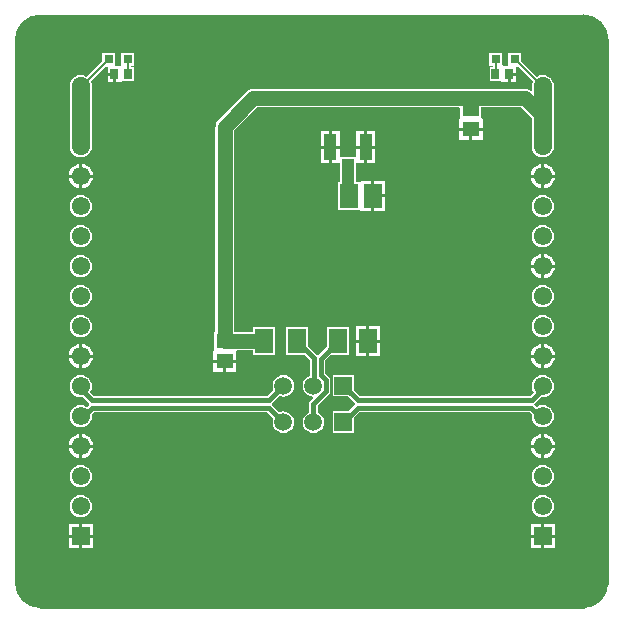
<source format=gtl>
G04 Layer_Physical_Order=1*
G04 Layer_Color=25308*
%FSLAX23Y23*%
%MOIN*%
G70*
G01*
G75*
%ADD10R,0.042X0.087*%
%ADD11R,0.040X0.042*%
%ADD12R,0.060X0.080*%
%ADD13R,0.031X0.031*%
%ADD14R,0.028X0.033*%
%ADD15R,0.057X0.049*%
%ADD16C,0.015*%
%ADD17C,0.050*%
%ADD18C,0.060*%
%ADD19C,0.000*%
%ADD20C,0.008*%
%ADD21C,0.020*%
%ADD22C,0.040*%
%ADD23C,0.010*%
%ADD24C,0.061*%
%ADD25C,0.059*%
%ADD26R,0.059X0.059*%
%ADD27R,0.061X0.061*%
%ADD28C,0.026*%
%ADD29C,0.024*%
%ADD30C,0.158*%
%ADD31C,0.050*%
G36*
X1905Y1967D02*
X1920Y1963D01*
X1934Y1956D01*
X1946Y1946D01*
X1956Y1934D01*
X1963Y1920D01*
X1967Y1905D01*
X1969Y1890D01*
X1969Y1890D01*
Y1888D01*
X1969Y79D01*
X1967Y63D01*
X1963Y48D01*
X1956Y35D01*
X1946Y23D01*
X1934Y13D01*
X1920Y6D01*
X1905Y1D01*
X1890Y-0D01*
X1890Y-0D01*
Y-0D01*
X79D01*
X79Y-0D01*
Y-0D01*
X78Y-0D01*
X63Y1D01*
X48Y6D01*
X35Y13D01*
X23Y23D01*
X13Y35D01*
X6Y48D01*
X1Y63D01*
X-0Y78D01*
X-0Y79D01*
X-0D01*
X-0Y1890D01*
X1Y1905D01*
X6Y1920D01*
X13Y1934D01*
X23Y1946D01*
X35Y1956D01*
X48Y1963D01*
X63Y1967D01*
X74Y1968D01*
X79Y1969D01*
D01*
X79Y1969D01*
X81D01*
X84Y1969D01*
X84Y1969D01*
X84D01*
X89Y1969D01*
X1890Y1969D01*
X1905Y1967D01*
D02*
G37*
%LPC*%
G36*
X210Y830D02*
X175D01*
X176Y824D01*
X180Y815D01*
X186Y806D01*
X195Y800D01*
X204Y796D01*
X210Y795D01*
Y830D01*
D02*
G37*
G36*
X733Y813D02*
X699D01*
Y783D01*
X733D01*
Y813D01*
D02*
G37*
G36*
X1750Y830D02*
X1715D01*
X1716Y824D01*
X1720Y815D01*
X1726Y806D01*
X1735Y800D01*
X1744Y796D01*
X1750Y795D01*
Y830D01*
D02*
G37*
G36*
X255D02*
X220D01*
Y795D01*
X226Y796D01*
X235Y800D01*
X244Y806D01*
X250Y815D01*
X254Y824D01*
X255Y830D01*
D02*
G37*
G36*
X689Y813D02*
X656D01*
Y783D01*
X689D01*
Y813D01*
D02*
G37*
G36*
X1760Y575D02*
Y540D01*
X1795D01*
X1794Y546D01*
X1790Y555D01*
X1784Y564D01*
X1775Y570D01*
X1766Y574D01*
X1760Y575D01*
D02*
G37*
G36*
X1750D02*
X1744Y574D01*
X1735Y570D01*
X1726Y564D01*
X1720Y555D01*
X1716Y546D01*
X1715Y540D01*
X1750D01*
Y575D01*
D02*
G37*
G36*
X1755Y772D02*
X1745Y771D01*
X1737Y767D01*
X1729Y761D01*
X1723Y753D01*
X1719Y745D01*
X1718Y735D01*
X1719Y725D01*
X1723Y717D01*
X1725Y714D01*
X1712Y702D01*
X1144D01*
X1126Y720D01*
Y772D01*
X1055D01*
Y701D01*
X1106D01*
X1128Y679D01*
X1129Y677D01*
X1129Y674D01*
X1128Y672D01*
X1106Y651D01*
X1054D01*
Y579D01*
X1126D01*
Y631D01*
X1144Y649D01*
X1711D01*
X1719Y642D01*
X1718Y635D01*
X1719Y625D01*
X1723Y617D01*
X1729Y609D01*
X1737Y603D01*
X1745Y599D01*
X1755Y598D01*
X1765Y599D01*
X1773Y603D01*
X1781Y609D01*
X1787Y617D01*
X1791Y625D01*
X1792Y635D01*
X1791Y645D01*
X1787Y653D01*
X1781Y661D01*
X1773Y667D01*
X1765Y671D01*
X1755Y672D01*
X1745Y671D01*
X1737Y667D01*
X1734Y665D01*
X1727Y672D01*
X1727Y675D01*
X1728Y678D01*
X1728Y678D01*
X1748Y699D01*
X1755Y698D01*
X1765Y699D01*
X1773Y703D01*
X1781Y709D01*
X1787Y717D01*
X1791Y725D01*
X1792Y735D01*
X1791Y745D01*
X1787Y753D01*
X1781Y761D01*
X1773Y767D01*
X1765Y771D01*
X1755Y772D01*
D02*
G37*
G36*
X890Y772D02*
X881Y771D01*
X872Y767D01*
X865Y761D01*
X859Y754D01*
X855Y745D01*
X854Y736D01*
X855Y727D01*
X857Y723D01*
X836Y702D01*
X258D01*
X245Y714D01*
X247Y717D01*
X251Y725D01*
X252Y735D01*
X251Y745D01*
X247Y753D01*
X241Y761D01*
X233Y767D01*
X225Y771D01*
X215Y772D01*
X205Y771D01*
X197Y767D01*
X189Y761D01*
X183Y753D01*
X179Y745D01*
X178Y735D01*
X179Y725D01*
X183Y717D01*
X189Y709D01*
X197Y703D01*
X205Y699D01*
X215Y698D01*
X222Y699D01*
X242Y678D01*
X242Y678D01*
X243Y675D01*
X243Y672D01*
X236Y665D01*
X233Y667D01*
X225Y671D01*
X215Y672D01*
X205Y671D01*
X197Y667D01*
X189Y661D01*
X183Y653D01*
X179Y645D01*
X178Y635D01*
X179Y625D01*
X183Y617D01*
X189Y609D01*
X197Y603D01*
X205Y599D01*
X215Y598D01*
X225Y599D01*
X233Y603D01*
X241Y609D01*
X247Y617D01*
X251Y625D01*
X252Y635D01*
X251Y642D01*
X259Y649D01*
X836D01*
X857Y628D01*
X855Y624D01*
X854Y615D01*
X855Y606D01*
X859Y597D01*
X865Y590D01*
X872Y584D01*
X881Y580D01*
X890Y579D01*
X899Y580D01*
X908Y584D01*
X915Y590D01*
X921Y597D01*
X925Y606D01*
X926Y615D01*
X925Y624D01*
X921Y633D01*
X915Y640D01*
X908Y646D01*
X899Y650D01*
X890Y651D01*
X881Y650D01*
X877Y648D01*
X852Y672D01*
X851Y674D01*
Y677D01*
X852Y679D01*
X877Y703D01*
X881Y701D01*
X890Y700D01*
X899Y701D01*
X908Y705D01*
X915Y711D01*
X921Y718D01*
X925Y727D01*
X926Y736D01*
X925Y745D01*
X921Y754D01*
X915Y761D01*
X908Y767D01*
X899Y771D01*
X890Y772D01*
D02*
G37*
G36*
X1750Y875D02*
X1744Y874D01*
X1735Y870D01*
X1726Y864D01*
X1720Y855D01*
X1716Y846D01*
X1715Y840D01*
X1750D01*
Y875D01*
D02*
G37*
G36*
X220D02*
Y840D01*
X255D01*
X254Y846D01*
X250Y855D01*
X244Y864D01*
X235Y870D01*
X226Y874D01*
X220Y875D01*
D02*
G37*
G36*
X1167Y935D02*
X1132D01*
Y890D01*
X1167D01*
Y935D01*
D02*
G37*
G36*
X1760Y875D02*
Y840D01*
X1795D01*
X1794Y846D01*
X1790Y855D01*
X1784Y864D01*
X1775Y870D01*
X1766Y874D01*
X1760Y875D01*
D02*
G37*
G36*
X210D02*
X204Y874D01*
X195Y870D01*
X186Y864D01*
X180Y855D01*
X176Y846D01*
X175Y840D01*
X210D01*
Y875D01*
D02*
G37*
G36*
X1167Y880D02*
X1132D01*
Y835D01*
X1167D01*
Y880D01*
D02*
G37*
G36*
X1795Y830D02*
X1760D01*
Y795D01*
X1766Y796D01*
X1775Y800D01*
X1784Y806D01*
X1790Y815D01*
X1794Y824D01*
X1795Y830D01*
D02*
G37*
G36*
X1109Y931D02*
X1037D01*
Y869D01*
X1008Y839D01*
X1002Y838D01*
X1001Y839D01*
X972Y869D01*
Y931D01*
X900D01*
Y839D01*
X962D01*
X978Y823D01*
Y770D01*
X972Y767D01*
X965Y761D01*
X959Y754D01*
X955Y745D01*
X954Y736D01*
X955Y727D01*
X959Y718D01*
X965Y711D01*
X972Y705D01*
X981Y701D01*
X989Y700D01*
X991Y696D01*
X980Y685D01*
X977Y680D01*
X976Y675D01*
Y648D01*
X972Y646D01*
X965Y640D01*
X959Y633D01*
X955Y624D01*
X954Y615D01*
X955Y606D01*
X959Y597D01*
X965Y590D01*
X972Y584D01*
X981Y580D01*
X990Y579D01*
X999Y580D01*
X1008Y584D01*
X1015Y590D01*
X1021Y597D01*
X1025Y606D01*
X1026Y615D01*
X1025Y624D01*
X1021Y633D01*
X1015Y640D01*
X1008Y646D01*
X1004Y648D01*
Y669D01*
X1030Y695D01*
X1030Y696D01*
X1043Y708D01*
X1046Y713D01*
X1047Y718D01*
Y754D01*
X1047Y754D01*
X1046Y759D01*
X1043Y764D01*
X1043Y764D01*
X1029Y778D01*
Y821D01*
X1047Y839D01*
X1109D01*
Y931D01*
D02*
G37*
G36*
X1212Y880D02*
X1177D01*
Y835D01*
X1212D01*
Y880D01*
D02*
G37*
G36*
X1750Y276D02*
X1714D01*
Y240D01*
X1750D01*
Y276D01*
D02*
G37*
G36*
X256D02*
X220D01*
Y240D01*
X256D01*
Y276D01*
D02*
G37*
G36*
X215Y372D02*
X205Y371D01*
X197Y367D01*
X189Y361D01*
X183Y353D01*
X179Y345D01*
X178Y335D01*
X179Y325D01*
X183Y317D01*
X189Y309D01*
X197Y303D01*
X205Y299D01*
X215Y298D01*
X225Y299D01*
X233Y303D01*
X241Y309D01*
X247Y317D01*
X251Y325D01*
X252Y335D01*
X251Y345D01*
X247Y353D01*
X241Y361D01*
X233Y367D01*
X225Y371D01*
X215Y372D01*
D02*
G37*
G36*
X1796Y276D02*
X1760D01*
Y240D01*
X1796D01*
Y276D01*
D02*
G37*
G36*
X210D02*
X174D01*
Y240D01*
X210D01*
Y276D01*
D02*
G37*
G36*
X256Y230D02*
X220D01*
Y194D01*
X256D01*
Y230D01*
D02*
G37*
G36*
X210D02*
X174D01*
Y194D01*
X210D01*
Y230D01*
D02*
G37*
G36*
X1796D02*
X1760D01*
Y194D01*
X1796D01*
Y230D01*
D02*
G37*
G36*
X1750D02*
X1714D01*
Y194D01*
X1750D01*
Y230D01*
D02*
G37*
G36*
X1795Y530D02*
X1760D01*
Y495D01*
X1766Y496D01*
X1775Y500D01*
X1784Y506D01*
X1790Y515D01*
X1794Y524D01*
X1795Y530D01*
D02*
G37*
G36*
X1750D02*
X1715D01*
X1716Y524D01*
X1720Y515D01*
X1726Y506D01*
X1735Y500D01*
X1744Y496D01*
X1750Y495D01*
Y530D01*
D02*
G37*
G36*
X220Y575D02*
Y540D01*
X255D01*
X254Y546D01*
X250Y555D01*
X244Y564D01*
X235Y570D01*
X226Y574D01*
X220Y575D01*
D02*
G37*
G36*
X210D02*
X204Y574D01*
X195Y570D01*
X186Y564D01*
X180Y555D01*
X176Y546D01*
X175Y540D01*
X210D01*
Y575D01*
D02*
G37*
G36*
X255Y530D02*
X220D01*
Y495D01*
X226Y496D01*
X235Y500D01*
X244Y506D01*
X250Y515D01*
X254Y524D01*
X255Y530D01*
D02*
G37*
G36*
X215Y472D02*
X205Y471D01*
X197Y467D01*
X189Y461D01*
X183Y453D01*
X179Y445D01*
X178Y435D01*
X179Y425D01*
X183Y417D01*
X189Y409D01*
X197Y403D01*
X205Y399D01*
X215Y398D01*
X225Y399D01*
X233Y403D01*
X241Y409D01*
X247Y417D01*
X251Y425D01*
X252Y435D01*
X251Y445D01*
X247Y453D01*
X241Y461D01*
X233Y467D01*
X225Y471D01*
X215Y472D01*
D02*
G37*
G36*
X1755Y372D02*
X1745Y371D01*
X1737Y367D01*
X1729Y361D01*
X1723Y353D01*
X1719Y345D01*
X1718Y335D01*
X1719Y325D01*
X1723Y317D01*
X1729Y309D01*
X1737Y303D01*
X1745Y299D01*
X1755Y298D01*
X1765Y299D01*
X1773Y303D01*
X1781Y309D01*
X1787Y317D01*
X1791Y325D01*
X1792Y335D01*
X1791Y345D01*
X1787Y353D01*
X1781Y361D01*
X1773Y367D01*
X1765Y371D01*
X1755Y372D01*
D02*
G37*
G36*
X210Y530D02*
X175D01*
X176Y524D01*
X180Y515D01*
X186Y506D01*
X195Y500D01*
X204Y496D01*
X210Y495D01*
Y530D01*
D02*
G37*
G36*
X1755Y472D02*
X1745Y471D01*
X1737Y467D01*
X1729Y461D01*
X1723Y453D01*
X1719Y445D01*
X1718Y435D01*
X1719Y425D01*
X1723Y417D01*
X1729Y409D01*
X1737Y403D01*
X1745Y399D01*
X1755Y398D01*
X1765Y399D01*
X1773Y403D01*
X1781Y409D01*
X1787Y417D01*
X1791Y425D01*
X1792Y435D01*
X1791Y445D01*
X1787Y453D01*
X1781Y461D01*
X1773Y467D01*
X1765Y471D01*
X1755Y472D01*
D02*
G37*
G36*
X1212Y935D02*
X1177D01*
Y890D01*
X1212D01*
Y935D01*
D02*
G37*
G36*
X1195Y1527D02*
X1169D01*
Y1478D01*
X1195D01*
Y1527D01*
D02*
G37*
G36*
X1042D02*
X1016D01*
Y1478D01*
X1042D01*
Y1527D01*
D02*
G37*
G36*
Y1585D02*
X1016D01*
Y1537D01*
X1042D01*
Y1585D01*
D02*
G37*
G36*
X1159Y1527D02*
X1133D01*
Y1502D01*
X1132Y1498D01*
X1128Y1498D01*
X1083D01*
X1080Y1498D01*
X1078Y1502D01*
Y1527D01*
X1052D01*
Y1478D01*
X1075D01*
X1078Y1478D01*
X1080Y1474D01*
X1080Y1474D01*
Y1472D01*
X1080Y1471D01*
Y1415D01*
X1073D01*
Y1323D01*
X1143D01*
X1145Y1323D01*
X1148Y1320D01*
X1148Y1320D01*
Y1319D01*
X1183D01*
Y1369D01*
Y1419D01*
X1148D01*
Y1419D01*
X1145Y1415D01*
X1143Y1415D01*
X1132D01*
Y1471D01*
X1132Y1472D01*
Y1474D01*
X1133Y1478D01*
X1137Y1478D01*
X1159D01*
Y1527D01*
D02*
G37*
G36*
X1760Y1475D02*
Y1440D01*
X1795D01*
X1794Y1446D01*
X1790Y1455D01*
X1784Y1464D01*
X1775Y1470D01*
X1766Y1474D01*
X1760Y1475D01*
D02*
G37*
G36*
X210D02*
X204Y1474D01*
X195Y1470D01*
X186Y1464D01*
X180Y1455D01*
X176Y1446D01*
X175Y1440D01*
X210D01*
Y1475D01*
D02*
G37*
G36*
X1795Y1430D02*
X1760D01*
Y1395D01*
X1766Y1396D01*
X1775Y1400D01*
X1784Y1406D01*
X1790Y1415D01*
X1794Y1424D01*
X1795Y1430D01*
D02*
G37*
G36*
X1750Y1475D02*
X1744Y1474D01*
X1735Y1470D01*
X1726Y1464D01*
X1720Y1455D01*
X1716Y1446D01*
X1715Y1440D01*
X1750D01*
Y1475D01*
D02*
G37*
G36*
X220D02*
Y1440D01*
X255D01*
X254Y1446D01*
X250Y1455D01*
X244Y1464D01*
X235Y1470D01*
X226Y1474D01*
X220Y1475D01*
D02*
G37*
G36*
X1666Y1770D02*
X1648D01*
Y1748D01*
X1666D01*
Y1770D01*
D02*
G37*
G36*
X322D02*
X304D01*
Y1748D01*
X322D01*
Y1770D01*
D02*
G37*
G36*
X1683Y1847D02*
X1640D01*
Y1807D01*
X1640Y1803D01*
X1635Y1802D01*
X1628D01*
X1624Y1802D01*
X1620Y1805D01*
X1620Y1807D01*
Y1807D01*
Y1847D01*
X1577D01*
Y1803D01*
X1588D01*
Y1798D01*
X1578D01*
Y1752D01*
X1614D01*
X1616Y1752D01*
X1617Y1752D01*
X1617Y1752D01*
X1619Y1748D01*
X1619D01*
X1619Y1748D01*
X1619Y1748D01*
X1619Y1748D01*
X1619D01*
X1619D01*
X1619Y1748D01*
X1619Y1748D01*
X1619D01*
X1620D01*
X1620D01*
X1620D01*
X1620D01*
D01*
X1624Y1748D01*
X1638D01*
Y1775D01*
X1643D01*
Y1780D01*
X1666D01*
Y1798D01*
Y1799D01*
X1671Y1801D01*
X1722Y1750D01*
X1719Y1745D01*
X1718Y1735D01*
X1719Y1731D01*
Y1722D01*
X1714Y1720D01*
X1711Y1722D01*
X1703Y1725D01*
X1695Y1726D01*
X1695Y1726D01*
X790D01*
X790Y1726D01*
X783Y1725D01*
X782Y1725D01*
X779Y1724D01*
X774Y1722D01*
X773Y1721D01*
X768Y1717D01*
X768Y1717D01*
X672Y1622D01*
X667Y1615D01*
X666Y1613D01*
X664Y1608D01*
X664Y1603D01*
X663Y1599D01*
X663Y1599D01*
Y915D01*
X660D01*
Y857D01*
X660Y855D01*
X660Y855D01*
X660Y855D01*
X656Y852D01*
Y852D01*
X656Y852D01*
X656Y852D01*
X656Y852D01*
Y852D01*
Y852D01*
X656Y852D01*
X656Y852D01*
Y852D01*
Y852D01*
Y852D01*
Y852D01*
Y852D01*
D01*
X656Y847D01*
Y823D01*
X733D01*
Y849D01*
X733Y852D01*
Y852D01*
X737Y854D01*
X789D01*
Y839D01*
X861D01*
Y931D01*
X789D01*
Y917D01*
X726D01*
Y1586D01*
X803Y1664D01*
X1477D01*
X1480Y1660D01*
Y1631D01*
X1480Y1629D01*
X1480Y1628D01*
X1480Y1628D01*
X1476Y1626D01*
Y1626D01*
X1476Y1626D01*
X1476Y1626D01*
X1476Y1626D01*
Y1626D01*
Y1626D01*
X1476Y1626D01*
X1476Y1626D01*
Y1626D01*
Y1625D01*
Y1625D01*
Y1625D01*
Y1625D01*
D01*
X1476Y1621D01*
Y1597D01*
X1554D01*
Y1625D01*
X1554Y1625D01*
X1554D01*
Y1625D01*
Y1626D01*
X1550Y1628D01*
X1550Y1628D01*
X1550Y1628D01*
X1550Y1629D01*
X1550Y1631D01*
Y1664D01*
X1682D01*
X1719Y1627D01*
Y1539D01*
X1718Y1535D01*
X1719Y1525D01*
X1723Y1517D01*
X1729Y1509D01*
X1737Y1503D01*
X1745Y1499D01*
X1755Y1498D01*
X1765Y1499D01*
X1773Y1503D01*
X1781Y1509D01*
X1787Y1517D01*
X1791Y1525D01*
X1792Y1535D01*
X1791Y1539D01*
Y1631D01*
X1792Y1635D01*
X1791Y1639D01*
Y1731D01*
X1792Y1735D01*
X1791Y1745D01*
X1787Y1753D01*
X1781Y1761D01*
X1773Y1767D01*
X1765Y1771D01*
X1755Y1772D01*
X1745Y1771D01*
X1737Y1767D01*
X1735Y1766D01*
X1683Y1818D01*
Y1847D01*
D02*
G37*
G36*
X393D02*
X350D01*
Y1807D01*
X350Y1807D01*
Y1805D01*
X346Y1802D01*
X342Y1802D01*
X335D01*
X330Y1803D01*
X330Y1807D01*
Y1847D01*
X287D01*
Y1818D01*
X235Y1766D01*
X233Y1767D01*
X225Y1771D01*
X215Y1772D01*
X205Y1771D01*
X197Y1767D01*
X189Y1761D01*
X183Y1753D01*
X179Y1745D01*
X178Y1735D01*
X179Y1731D01*
Y1639D01*
X178Y1635D01*
X179Y1631D01*
Y1539D01*
X178Y1535D01*
X179Y1525D01*
X183Y1517D01*
X189Y1509D01*
X197Y1503D01*
X205Y1499D01*
X215Y1498D01*
X225Y1499D01*
X233Y1503D01*
X241Y1509D01*
X247Y1517D01*
X251Y1525D01*
X252Y1535D01*
X251Y1539D01*
Y1631D01*
X252Y1635D01*
X251Y1639D01*
Y1731D01*
X252Y1735D01*
X251Y1745D01*
X248Y1750D01*
X299Y1801D01*
X304Y1799D01*
Y1798D01*
Y1780D01*
X327D01*
Y1775D01*
X332D01*
Y1748D01*
X350D01*
X350Y1748D01*
Y1748D01*
X350D01*
X351D01*
X353Y1752D01*
X353Y1752D01*
X353Y1752D01*
X354Y1752D01*
X356Y1752D01*
X392D01*
Y1798D01*
X382D01*
Y1803D01*
X393D01*
Y1847D01*
D02*
G37*
G36*
X1554Y1587D02*
X1520D01*
Y1557D01*
X1554D01*
Y1587D01*
D02*
G37*
G36*
X1159Y1585D02*
X1133D01*
Y1537D01*
X1159D01*
Y1585D01*
D02*
G37*
G36*
X1078D02*
X1052D01*
Y1537D01*
X1078D01*
Y1585D01*
D02*
G37*
G36*
X1510Y1587D02*
X1476D01*
Y1557D01*
X1510D01*
Y1587D01*
D02*
G37*
G36*
X1195Y1585D02*
X1169D01*
Y1537D01*
X1195D01*
Y1585D01*
D02*
G37*
G36*
X215Y1172D02*
X205Y1171D01*
X197Y1167D01*
X189Y1161D01*
X183Y1153D01*
X179Y1145D01*
X178Y1135D01*
X179Y1125D01*
X183Y1117D01*
X189Y1109D01*
X197Y1103D01*
X205Y1099D01*
X215Y1098D01*
X225Y1099D01*
X233Y1103D01*
X241Y1109D01*
X247Y1117D01*
X251Y1125D01*
X252Y1135D01*
X251Y1145D01*
X247Y1153D01*
X241Y1161D01*
X233Y1167D01*
X225Y1171D01*
X215Y1172D01*
D02*
G37*
G36*
X1795Y1130D02*
X1760D01*
Y1095D01*
X1766Y1096D01*
X1775Y1100D01*
X1784Y1106D01*
X1790Y1115D01*
X1794Y1124D01*
X1795Y1130D01*
D02*
G37*
G36*
X1760Y1175D02*
Y1140D01*
X1795D01*
X1794Y1146D01*
X1790Y1155D01*
X1784Y1164D01*
X1775Y1170D01*
X1766Y1174D01*
X1760Y1175D01*
D02*
G37*
G36*
X1750D02*
X1744Y1174D01*
X1735Y1170D01*
X1726Y1164D01*
X1720Y1155D01*
X1716Y1146D01*
X1715Y1140D01*
X1750D01*
Y1175D01*
D02*
G37*
G36*
Y1130D02*
X1715D01*
X1716Y1124D01*
X1720Y1115D01*
X1726Y1106D01*
X1735Y1100D01*
X1744Y1096D01*
X1750Y1095D01*
Y1130D01*
D02*
G37*
G36*
X1755Y972D02*
X1745Y971D01*
X1737Y967D01*
X1729Y961D01*
X1723Y953D01*
X1719Y945D01*
X1718Y935D01*
X1719Y925D01*
X1723Y917D01*
X1729Y909D01*
X1737Y903D01*
X1745Y899D01*
X1755Y898D01*
X1765Y899D01*
X1773Y903D01*
X1781Y909D01*
X1787Y917D01*
X1791Y925D01*
X1792Y935D01*
X1791Y945D01*
X1787Y953D01*
X1781Y961D01*
X1773Y967D01*
X1765Y971D01*
X1755Y972D01*
D02*
G37*
G36*
X215D02*
X205Y971D01*
X197Y967D01*
X189Y961D01*
X183Y953D01*
X179Y945D01*
X178Y935D01*
X179Y925D01*
X183Y917D01*
X189Y909D01*
X197Y903D01*
X205Y899D01*
X215Y898D01*
X225Y899D01*
X233Y903D01*
X241Y909D01*
X247Y917D01*
X251Y925D01*
X252Y935D01*
X251Y945D01*
X247Y953D01*
X241Y961D01*
X233Y967D01*
X225Y971D01*
X215Y972D01*
D02*
G37*
G36*
X1755Y1072D02*
X1745Y1071D01*
X1737Y1067D01*
X1729Y1061D01*
X1723Y1053D01*
X1719Y1045D01*
X1718Y1035D01*
X1719Y1025D01*
X1723Y1017D01*
X1729Y1009D01*
X1737Y1003D01*
X1745Y999D01*
X1755Y998D01*
X1765Y999D01*
X1773Y1003D01*
X1781Y1009D01*
X1787Y1017D01*
X1791Y1025D01*
X1792Y1035D01*
X1791Y1045D01*
X1787Y1053D01*
X1781Y1061D01*
X1773Y1067D01*
X1765Y1071D01*
X1755Y1072D01*
D02*
G37*
G36*
X215D02*
X205Y1071D01*
X197Y1067D01*
X189Y1061D01*
X183Y1053D01*
X179Y1045D01*
X178Y1035D01*
X179Y1025D01*
X183Y1017D01*
X189Y1009D01*
X197Y1003D01*
X205Y999D01*
X215Y998D01*
X225Y999D01*
X233Y1003D01*
X241Y1009D01*
X247Y1017D01*
X251Y1025D01*
X252Y1035D01*
X251Y1045D01*
X247Y1053D01*
X241Y1061D01*
X233Y1067D01*
X225Y1071D01*
X215Y1072D01*
D02*
G37*
G36*
X210Y1430D02*
X175D01*
X176Y1424D01*
X180Y1415D01*
X186Y1406D01*
X195Y1400D01*
X204Y1396D01*
X210Y1395D01*
Y1430D01*
D02*
G37*
G36*
X1228Y1419D02*
X1193D01*
Y1374D01*
X1228D01*
Y1419D01*
D02*
G37*
G36*
X1750Y1430D02*
X1715D01*
X1716Y1424D01*
X1720Y1415D01*
X1726Y1406D01*
X1735Y1400D01*
X1744Y1396D01*
X1750Y1395D01*
Y1430D01*
D02*
G37*
G36*
X255D02*
X220D01*
Y1395D01*
X226Y1396D01*
X235Y1400D01*
X244Y1406D01*
X250Y1415D01*
X254Y1424D01*
X255Y1430D01*
D02*
G37*
G36*
X1228Y1364D02*
X1193D01*
Y1319D01*
X1228D01*
Y1364D01*
D02*
G37*
G36*
X1755Y1272D02*
X1745Y1271D01*
X1737Y1267D01*
X1729Y1261D01*
X1723Y1253D01*
X1719Y1245D01*
X1718Y1235D01*
X1719Y1225D01*
X1723Y1217D01*
X1729Y1209D01*
X1737Y1203D01*
X1745Y1199D01*
X1755Y1198D01*
X1765Y1199D01*
X1773Y1203D01*
X1781Y1209D01*
X1787Y1217D01*
X1791Y1225D01*
X1792Y1235D01*
X1791Y1245D01*
X1787Y1253D01*
X1781Y1261D01*
X1773Y1267D01*
X1765Y1271D01*
X1755Y1272D01*
D02*
G37*
G36*
X215D02*
X205Y1271D01*
X197Y1267D01*
X189Y1261D01*
X183Y1253D01*
X179Y1245D01*
X178Y1235D01*
X179Y1225D01*
X183Y1217D01*
X189Y1209D01*
X197Y1203D01*
X205Y1199D01*
X215Y1198D01*
X225Y1199D01*
X233Y1203D01*
X241Y1209D01*
X247Y1217D01*
X251Y1225D01*
X252Y1235D01*
X251Y1245D01*
X247Y1253D01*
X241Y1261D01*
X233Y1267D01*
X225Y1271D01*
X215Y1272D01*
D02*
G37*
G36*
X1755Y1372D02*
X1745Y1371D01*
X1737Y1367D01*
X1729Y1361D01*
X1723Y1353D01*
X1719Y1345D01*
X1718Y1335D01*
X1719Y1325D01*
X1723Y1317D01*
X1729Y1309D01*
X1737Y1303D01*
X1745Y1299D01*
X1755Y1298D01*
X1765Y1299D01*
X1773Y1303D01*
X1781Y1309D01*
X1787Y1317D01*
X1791Y1325D01*
X1792Y1335D01*
X1791Y1345D01*
X1787Y1353D01*
X1781Y1361D01*
X1773Y1367D01*
X1765Y1371D01*
X1755Y1372D01*
D02*
G37*
G36*
X215D02*
X205Y1371D01*
X197Y1367D01*
X189Y1361D01*
X183Y1353D01*
X179Y1345D01*
X178Y1335D01*
X179Y1325D01*
X183Y1317D01*
X189Y1309D01*
X197Y1303D01*
X205Y1299D01*
X215Y1298D01*
X225Y1299D01*
X233Y1303D01*
X241Y1309D01*
X247Y1317D01*
X251Y1325D01*
X252Y1335D01*
X251Y1345D01*
X247Y1353D01*
X241Y1361D01*
X233Y1367D01*
X225Y1371D01*
X215Y1372D01*
D02*
G37*
%LPD*%
D10*
X1164Y1532D02*
D03*
X1047D02*
D03*
D11*
X1106Y1471D02*
D03*
D12*
X936Y885D02*
D03*
X1073D02*
D03*
X825D02*
D03*
X1172D02*
D03*
X1188Y1369D02*
D03*
X1109D02*
D03*
D13*
X309Y1825D02*
D03*
X371D02*
D03*
X1661D02*
D03*
X1599D02*
D03*
D14*
X373Y1775D02*
D03*
X327D02*
D03*
X1597D02*
D03*
X1643D02*
D03*
D15*
X694Y818D02*
D03*
Y885D02*
D03*
X1515Y1592D02*
D03*
Y1658D02*
D03*
D16*
X253Y663D02*
X842D01*
X252Y688D02*
X842D01*
X215Y725D02*
X252Y688D01*
X1755Y725D02*
Y735D01*
X1718Y688D02*
X1755Y725D01*
X1138Y688D02*
X1718D01*
X1745Y635D02*
X1755D01*
X1717Y663D02*
X1745Y635D01*
X1138Y663D02*
X1717D01*
X225Y635D02*
X253Y663D01*
X215Y635D02*
X225D01*
X215Y725D02*
Y735D01*
X842Y663D02*
X890Y615D01*
X842Y688D02*
X890Y736D01*
X1090D02*
X1138Y688D01*
X1090Y615D02*
X1138Y663D01*
X1015Y827D02*
X1073Y885D01*
X1015Y772D02*
Y827D01*
Y772D02*
X1033Y754D01*
X992Y754D02*
Y829D01*
X936Y885D02*
X992Y829D01*
X990Y600D02*
Y675D01*
X1020Y705D01*
Y705D01*
X1033Y718D01*
Y754D01*
D17*
X790Y1695D02*
X1695D01*
X694Y1599D02*
X790Y1695D01*
X694Y885D02*
Y1599D01*
X1695Y1695D02*
X1755Y1635D01*
X695Y886D02*
X822D01*
D18*
X1755Y1635D02*
Y1735D01*
Y1535D02*
Y1635D01*
X215Y1535D02*
Y1635D01*
Y1735D01*
D19*
X1090Y615D02*
X1090Y615D01*
D20*
X371Y1776D02*
X373Y1775D01*
X371Y1776D02*
Y1825D01*
X1597Y1775D02*
X1599Y1776D01*
Y1825D01*
X1661D02*
X1751Y1735D01*
X219D02*
X309Y1825D01*
X215Y1735D02*
X219D01*
D21*
X1751D02*
X1755D01*
D22*
X1106Y1370D02*
Y1471D01*
D23*
X1105Y1370D02*
X1106Y1370D01*
X79Y1969D02*
G03*
X-0Y1890I-0J-79D01*
G01*
X1969D02*
G03*
X1890Y1969I-79J0D01*
G01*
X1891Y0D02*
G03*
X1969Y77I0J77D01*
G01*
X-0Y79D02*
G03*
X79Y-0I79J-0D01*
G01*
Y1969D02*
X1890D01*
X0Y79D02*
Y1890D01*
X1969Y77D02*
Y1890D01*
X79Y0D02*
X1891D01*
D24*
X215Y635D02*
D03*
Y735D02*
D03*
X1755Y335D02*
D03*
Y435D02*
D03*
Y535D02*
D03*
Y635D02*
D03*
Y735D02*
D03*
Y835D02*
D03*
Y935D02*
D03*
Y1035D02*
D03*
Y1135D02*
D03*
Y1435D02*
D03*
Y1535D02*
D03*
Y1635D02*
D03*
Y1735D02*
D03*
Y1335D02*
D03*
Y1235D02*
D03*
X215Y335D02*
D03*
Y435D02*
D03*
Y535D02*
D03*
Y835D02*
D03*
Y935D02*
D03*
Y1035D02*
D03*
Y1135D02*
D03*
Y1235D02*
D03*
Y1335D02*
D03*
Y1435D02*
D03*
Y1535D02*
D03*
Y1635D02*
D03*
Y1735D02*
D03*
D25*
X890Y615D02*
D03*
X890Y736D02*
D03*
X990D02*
D03*
X990Y615D02*
D03*
D26*
X1090D02*
D03*
X1090Y736D02*
D03*
D27*
X1755Y235D02*
D03*
X215D02*
D03*
D28*
X1210Y630D02*
D03*
X1260D02*
D03*
X1310D02*
D03*
X1360D02*
D03*
X1410D02*
D03*
X1460D02*
D03*
X1510D02*
D03*
X1560D02*
D03*
X1610D02*
D03*
X1660D02*
D03*
X1210Y725D02*
D03*
X1260D02*
D03*
X1310D02*
D03*
X1360D02*
D03*
X1410D02*
D03*
X1460D02*
D03*
X1510D02*
D03*
X1560D02*
D03*
X1610D02*
D03*
X1660D02*
D03*
X310Y630D02*
D03*
X360D02*
D03*
X410D02*
D03*
X460D02*
D03*
X510D02*
D03*
X560D02*
D03*
X610D02*
D03*
X660D02*
D03*
X710D02*
D03*
X760D02*
D03*
Y725D02*
D03*
X710D02*
D03*
X660D02*
D03*
X610D02*
D03*
X560D02*
D03*
X510D02*
D03*
X460D02*
D03*
X410D02*
D03*
X360D02*
D03*
X310D02*
D03*
D29*
X1255Y1390D02*
D03*
Y1440D02*
D03*
Y1490D02*
D03*
Y1540D02*
D03*
Y1590D02*
D03*
X1280Y1415D02*
D03*
Y1465D02*
D03*
Y1515D02*
D03*
Y1565D02*
D03*
Y1615D02*
D03*
X1255Y1640D02*
D03*
X1230Y1615D02*
D03*
X1180D02*
D03*
X1130D02*
D03*
X1205Y1640D02*
D03*
X1080Y1615D02*
D03*
X1030D02*
D03*
X980D02*
D03*
X955Y1590D02*
D03*
Y1540D02*
D03*
Y1490D02*
D03*
Y1440D02*
D03*
Y1390D02*
D03*
X930Y1415D02*
D03*
Y1465D02*
D03*
X1055Y1640D02*
D03*
X1005D02*
D03*
X1155D02*
D03*
X1105D02*
D03*
X955D02*
D03*
X930Y1615D02*
D03*
Y1565D02*
D03*
Y1515D02*
D03*
D30*
X79Y1890D02*
D03*
X79Y79D02*
D03*
X1890D02*
D03*
X1890Y1890D02*
D03*
D31*
X244Y59D02*
D03*
X429D02*
D03*
X614D02*
D03*
X799D02*
D03*
X984D02*
D03*
X1169D02*
D03*
X1354D02*
D03*
X1539D02*
D03*
X1724D02*
D03*
X1909Y244D02*
D03*
Y429D02*
D03*
Y614D02*
D03*
Y799D02*
D03*
Y984D02*
D03*
Y1169D02*
D03*
Y1354D02*
D03*
Y1539D02*
D03*
Y1724D02*
D03*
X1724Y1909D02*
D03*
X1539D02*
D03*
X1354D02*
D03*
X1169D02*
D03*
X984D02*
D03*
X799D02*
D03*
X614D02*
D03*
X429D02*
D03*
X244D02*
D03*
X59Y1724D02*
D03*
Y1539D02*
D03*
Y1354D02*
D03*
Y1169D02*
D03*
Y984D02*
D03*
Y799D02*
D03*
Y614D02*
D03*
Y429D02*
D03*
Y244D02*
D03*
M02*

</source>
